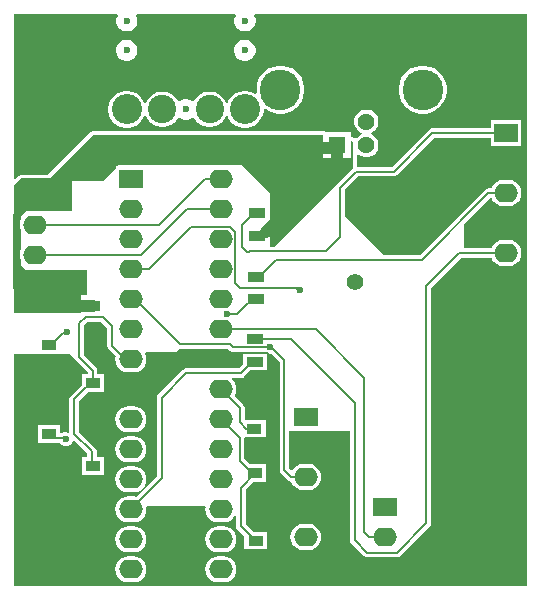
<source format=gbl>
G04*
G04 #@! TF.GenerationSoftware,Altium Limited,Altium Designer,23.4.1 (23)*
G04*
G04 Layer_Physical_Order=2*
G04 Layer_Color=16711680*
%FSLAX44Y44*%
%MOMM*%
G71*
G04*
G04 #@! TF.SameCoordinates,2D18AEB5-ACAA-45E6-9F21-B50C343496A2*
G04*
G04*
G04 #@! TF.FilePolarity,Positive*
G04*
G01*
G75*
%ADD11C,0.2000*%
%ADD14R,1.3000X0.9000*%
%ADD31C,1.4080*%
%ADD32O,2.0000X1.6000*%
%ADD33R,2.0000X1.6000*%
%ADD34C,3.4500*%
%ADD35C,1.4310*%
%ADD36R,1.4310X1.4310*%
%ADD37C,7.4000*%
%ADD38C,2.5500*%
%ADD39C,2.4000*%
%ADD40C,0.6000*%
%ADD41R,1.4500X0.9000*%
%ADD42C,1.0000*%
%ADD43C,0.4000*%
G36*
X437000Y3000D02*
X3000D01*
Y199000D01*
X23000Y199500D01*
X49917D01*
X53922Y195496D01*
Y195496D01*
X54667Y194534D01*
X55116Y193862D01*
X65510Y183469D01*
Y182000D01*
X60500D01*
Y173268D01*
X51116Y163884D01*
X50232Y162561D01*
X49922Y161000D01*
X49922Y161000D01*
Y133307D01*
X48866Y132601D01*
X47922Y132992D01*
X45535D01*
X43329Y132079D01*
X43329Y132078D01*
X42000D01*
Y139000D01*
X23000D01*
Y124000D01*
X35606D01*
X36000Y123922D01*
X36000Y123922D01*
X41505D01*
X41641Y123593D01*
X43329Y121905D01*
X45535Y120992D01*
X47922D01*
X50127Y121905D01*
X51815Y123593D01*
X52601Y125493D01*
X53901Y125989D01*
X64748Y115143D01*
Y112000D01*
X60500D01*
Y97000D01*
X79500D01*
Y112000D01*
X72904D01*
Y116832D01*
X72904Y116832D01*
X72594Y118393D01*
X71710Y119716D01*
X58078Y133347D01*
Y159311D01*
X65690Y166922D01*
X66500D01*
X66500Y166922D01*
X66894Y167000D01*
X79500D01*
Y182000D01*
X73666D01*
Y185158D01*
X73666Y185158D01*
X73356Y186719D01*
X72472Y188042D01*
X72472Y188042D01*
X62078Y198435D01*
Y223311D01*
X65313Y226546D01*
X76535D01*
X81922Y221159D01*
Y206045D01*
X81922Y206045D01*
X82232Y204484D01*
X83116Y203161D01*
X89204Y197073D01*
X88905Y194800D01*
X89283Y191928D01*
X90391Y189252D01*
X92155Y186955D01*
X94452Y185191D01*
X97128Y184083D01*
X100000Y183705D01*
X104000D01*
X106872Y184083D01*
X109547Y185191D01*
X111845Y186955D01*
X113608Y189252D01*
X114717Y191928D01*
X115095Y194800D01*
X114717Y197671D01*
X113864Y199730D01*
X114615Y201000D01*
X140000D01*
X142607Y203607D01*
X143490Y203432D01*
X143490Y203432D01*
X184485D01*
X185830Y202086D01*
X185830Y202086D01*
X187153Y201202D01*
X188714Y200892D01*
X195746D01*
X196750Y200250D01*
Y190518D01*
X193311Y187078D01*
X148710D01*
X148710Y187078D01*
X147149Y186768D01*
X145826Y185884D01*
X145826Y185884D01*
X125116Y165174D01*
X124232Y163851D01*
X123922Y162290D01*
X123922Y162290D01*
Y95489D01*
X106926Y78494D01*
X106872Y78517D01*
X104000Y78895D01*
X100000D01*
X97128Y78517D01*
X94452Y77408D01*
X92155Y75645D01*
X90391Y73347D01*
X89283Y70671D01*
X88905Y67800D01*
X89283Y64928D01*
X90391Y62252D01*
X92155Y59955D01*
X94452Y58191D01*
X97128Y57083D01*
X100000Y56705D01*
X104000D01*
X106872Y57083D01*
X109547Y58191D01*
X111845Y59955D01*
X113608Y62252D01*
X114717Y64928D01*
X115095Y67800D01*
X114843Y69717D01*
X115680Y70671D01*
X164520D01*
X165357Y69717D01*
X165105Y67800D01*
X165483Y64928D01*
X166591Y62252D01*
X168355Y59955D01*
X170653Y58191D01*
X173328Y57083D01*
X176200Y56705D01*
X180200D01*
X183071Y57083D01*
X185747Y58191D01*
X188045Y59955D01*
X189652Y62048D01*
X190448Y61939D01*
X190922Y61706D01*
Y53750D01*
X190922Y53750D01*
X191232Y52189D01*
X192116Y50866D01*
X198000Y44983D01*
Y33750D01*
X217000D01*
Y48750D01*
X205767D01*
X199078Y55439D01*
Y84311D01*
X205518Y90750D01*
X216750D01*
Y105750D01*
X204144D01*
X203750Y105828D01*
X203750Y105828D01*
X202939D01*
X198078Y110689D01*
Y128200D01*
X198078Y128200D01*
X198325Y128500D01*
X216000D01*
Y143500D01*
X198380D01*
Y153298D01*
X198380Y153298D01*
X198070Y154859D01*
X197186Y156182D01*
X197186Y156182D01*
X189681Y163686D01*
X189808Y163852D01*
X190917Y166528D01*
X191295Y169400D01*
X190917Y172271D01*
X189808Y174947D01*
X188045Y177245D01*
X187428Y177719D01*
X187836Y178922D01*
X195000D01*
X195000Y178922D01*
X196561Y179232D01*
X197884Y180116D01*
X203018Y185250D01*
X217250D01*
Y198454D01*
X218306Y199159D01*
X218762Y198970D01*
X221150D01*
X221188Y198986D01*
X227816Y192359D01*
Y100892D01*
X227816Y100892D01*
X228126Y99331D01*
X229010Y98008D01*
X234852Y92166D01*
X236175Y91282D01*
X237736Y90972D01*
X237783D01*
X238392Y89502D01*
X240155Y87205D01*
X242453Y85442D01*
X245128Y84333D01*
X248000Y83955D01*
X252000D01*
X254872Y84333D01*
X257548Y85442D01*
X259845Y87205D01*
X261609Y89502D01*
X262717Y92178D01*
X263095Y95050D01*
X262717Y97921D01*
X261609Y100597D01*
X259845Y102895D01*
X257548Y104658D01*
X254872Y105767D01*
X252000Y106145D01*
X248000D01*
X245128Y105767D01*
X242453Y104658D01*
X240155Y102895D01*
X238982Y101367D01*
X237342Y101212D01*
X235972Y102581D01*
Y134000D01*
X287506D01*
Y41648D01*
X287506Y41648D01*
X287816Y40087D01*
X288700Y38764D01*
X299348Y28116D01*
X299348Y28116D01*
X300671Y27232D01*
X302232Y26922D01*
X302232Y26922D01*
X327000D01*
X327000Y26922D01*
X328561Y27232D01*
X329884Y28116D01*
X354884Y53116D01*
X355768Y54439D01*
X356078Y56000D01*
X356078Y56000D01*
Y255311D01*
X381389Y280622D01*
X407283D01*
X407891Y279153D01*
X409655Y276855D01*
X411953Y275092D01*
X414628Y273983D01*
X417500Y273605D01*
X421500D01*
X424371Y273983D01*
X427047Y275092D01*
X429345Y276855D01*
X431108Y279153D01*
X432217Y281828D01*
X432595Y284700D01*
X432217Y287572D01*
X431108Y290248D01*
X429345Y292545D01*
X427047Y294309D01*
X424371Y295417D01*
X421500Y295795D01*
X417500D01*
X414628Y295417D01*
X411953Y294309D01*
X409655Y292545D01*
X407891Y290248D01*
X407283Y288778D01*
X384092D01*
X384000Y289000D01*
Y309144D01*
X406110Y331254D01*
X407415Y331102D01*
X407891Y329953D01*
X409655Y327655D01*
X411953Y325892D01*
X414628Y324783D01*
X417500Y324405D01*
X421500D01*
X424371Y324783D01*
X427047Y325892D01*
X429345Y327655D01*
X431108Y329953D01*
X432217Y332629D01*
X432595Y335500D01*
X432217Y338372D01*
X431108Y341048D01*
X429345Y343345D01*
X427047Y345109D01*
X424371Y346217D01*
X421500Y346595D01*
X417500D01*
X414628Y346217D01*
X411953Y345109D01*
X409655Y343345D01*
X407891Y341048D01*
X407283Y339578D01*
X404588D01*
X403027Y339268D01*
X401704Y338384D01*
X401704Y338384D01*
X346567Y283246D01*
X315753D01*
X283078Y315922D01*
Y338311D01*
X294249Y349482D01*
X324350D01*
X324350Y349482D01*
X325911Y349792D01*
X327234Y350676D01*
X358779Y382222D01*
X406500D01*
Y375300D01*
X432500D01*
Y397300D01*
X406500D01*
Y390378D01*
X357090D01*
X357090Y390378D01*
X355529Y390068D01*
X354206Y389184D01*
X322661Y357638D01*
X293059D01*
Y367984D01*
X294329Y368510D01*
X295065Y367774D01*
X297380Y366437D01*
X299963Y365745D01*
X302637D01*
X305220Y366437D01*
X307535Y367774D01*
X309426Y369664D01*
X310763Y371980D01*
X311455Y374563D01*
Y377237D01*
X310763Y379819D01*
X309426Y382135D01*
X307535Y384026D01*
X305504Y385198D01*
X305374Y385766D01*
Y386034D01*
X305504Y386601D01*
X307535Y387774D01*
X309426Y389664D01*
X310763Y391980D01*
X311455Y394563D01*
Y397237D01*
X310763Y399819D01*
X309426Y402135D01*
X307535Y404026D01*
X305220Y405363D01*
X302637Y406055D01*
X299963D01*
X297380Y405363D01*
X295065Y404026D01*
X293174Y402135D01*
X291837Y399819D01*
X291145Y397237D01*
Y394563D01*
X291837Y391980D01*
X293174Y389664D01*
X295065Y387774D01*
X297096Y386601D01*
X297226Y386034D01*
Y385766D01*
X297096Y385198D01*
X295065Y384026D01*
X293174Y382135D01*
X293057Y381932D01*
X292885Y381842D01*
X291479Y381739D01*
X291056Y382088D01*
X290642Y382310D01*
X290249Y382567D01*
X290120Y382591D01*
X290004Y382653D01*
X289537Y382701D01*
X289076Y382787D01*
X288509Y383180D01*
X288000Y383853D01*
Y387000D01*
X267272D01*
X267163Y387163D01*
X266171Y387826D01*
X265000Y388059D01*
X70000D01*
X70000Y388059D01*
X68829Y387826D01*
X67837Y387163D01*
X67837Y387163D01*
X31837Y351163D01*
X31767Y351059D01*
X9000D01*
X9000Y351059D01*
X7829Y350826D01*
X6837Y350163D01*
X6837Y350163D01*
X4173Y347499D01*
X3000Y347985D01*
Y487000D01*
X89961D01*
X90694Y485730D01*
X90113Y484724D01*
X89500Y482435D01*
Y480065D01*
X90113Y477776D01*
X91298Y475724D01*
X92974Y474048D01*
X95026Y472863D01*
X97315Y472250D01*
X99685D01*
X101974Y472863D01*
X104026Y474048D01*
X105702Y475724D01*
X106887Y477776D01*
X107500Y480065D01*
Y482435D01*
X106887Y484724D01*
X106306Y485730D01*
X107039Y487000D01*
X189961D01*
X190694Y485730D01*
X190114Y484724D01*
X189500Y482435D01*
Y480065D01*
X190114Y477776D01*
X191298Y475724D01*
X192974Y474048D01*
X195026Y472863D01*
X197315Y472250D01*
X199685D01*
X201974Y472863D01*
X204026Y474048D01*
X205702Y475724D01*
X206887Y477776D01*
X207500Y480065D01*
Y482435D01*
X206887Y484724D01*
X206306Y485730D01*
X207039Y487000D01*
X437000D01*
Y3000D01*
D02*
G37*
G36*
X265000Y365000D02*
X288000D01*
Y379254D01*
X289109Y379729D01*
X290000Y378994D01*
Y356660D01*
X289676Y356444D01*
X289676Y356444D01*
X276116Y342884D01*
X275232Y341561D01*
X275151Y341151D01*
X224078Y290078D01*
X220841D01*
X220000Y291000D01*
Y308000D01*
X217000D01*
Y310000D01*
X217750Y310750D01*
X218750D01*
Y311750D01*
X220000Y313000D01*
Y335000D01*
X196000Y359000D01*
X91000D01*
X90200Y358200D01*
X89000D01*
Y357000D01*
X78000Y346000D01*
X52000D01*
Y321000D01*
X51348Y320000D01*
X13000D01*
X9000Y316000D01*
Y313203D01*
X8283Y311472D01*
X7905Y308600D01*
X8283Y305728D01*
X9000Y303997D01*
Y287803D01*
X8283Y286071D01*
X7905Y283200D01*
X8283Y280328D01*
X9000Y278597D01*
Y274000D01*
X13000Y270000D01*
X65000D01*
Y249000D01*
X60000D01*
Y234000D01*
X3000D01*
Y342000D01*
X9000Y348000D01*
X33000D01*
X33400Y348400D01*
X34000D01*
Y349000D01*
X70000Y385000D01*
X265000D01*
Y365000D01*
D02*
G37*
%LPC*%
G36*
X199685Y465250D02*
X197315D01*
X195026Y464637D01*
X192974Y463452D01*
X191298Y461776D01*
X190114Y459724D01*
X189500Y457435D01*
Y455065D01*
X190114Y452776D01*
X191298Y450724D01*
X192974Y449048D01*
X195026Y447864D01*
X197315Y447250D01*
X199685D01*
X201974Y447864D01*
X204026Y449048D01*
X205702Y450724D01*
X206887Y452776D01*
X207500Y455065D01*
Y457435D01*
X206887Y459724D01*
X205702Y461776D01*
X204026Y463452D01*
X201974Y464637D01*
X199685Y465250D01*
D02*
G37*
G36*
X99685D02*
X97315D01*
X95026Y464637D01*
X92974Y463452D01*
X91298Y461776D01*
X90113Y459724D01*
X89500Y457435D01*
Y455065D01*
X90113Y452776D01*
X91298Y450724D01*
X92974Y449048D01*
X95026Y447864D01*
X97315Y447250D01*
X99685D01*
X101974Y447864D01*
X104026Y449048D01*
X105702Y450724D01*
X106887Y452776D01*
X107500Y455065D01*
Y457435D01*
X106887Y459724D01*
X105702Y461776D01*
X104026Y463452D01*
X101974Y464637D01*
X99685Y465250D01*
D02*
G37*
G36*
X230595Y443250D02*
X226606D01*
X222693Y442472D01*
X219008Y440945D01*
X215692Y438729D01*
X212871Y435909D01*
X210655Y432592D01*
X209128Y428907D01*
X208350Y424995D01*
Y421006D01*
X208549Y420005D01*
X207406Y419241D01*
X205961Y420207D01*
X203094Y421395D01*
X200051Y422000D01*
X196949D01*
X193906Y421395D01*
X191040Y420207D01*
X188460Y418484D01*
X186266Y416290D01*
X184543Y413710D01*
X183782Y411873D01*
X182407Y411873D01*
X181793Y413355D01*
X180151Y415812D01*
X178062Y417901D01*
X175605Y419543D01*
X172875Y420673D01*
X169977Y421250D01*
X167023D01*
X164125Y420673D01*
X161395Y419543D01*
X158938Y417901D01*
X156849Y415812D01*
X155492Y413782D01*
X154171Y413480D01*
X153902Y413523D01*
X151974Y414636D01*
X149685Y415250D01*
X147315D01*
X145026Y414636D01*
X143098Y413523D01*
X142829Y413480D01*
X141508Y413782D01*
X140152Y415812D01*
X138062Y417901D01*
X135605Y419543D01*
X132876Y420673D01*
X129978Y421250D01*
X127023D01*
X124125Y420673D01*
X121395Y419543D01*
X118938Y417901D01*
X116849Y415812D01*
X115207Y413355D01*
X114593Y411872D01*
X113219D01*
X112457Y413710D01*
X110734Y416290D01*
X108540Y418484D01*
X105960Y420207D01*
X103094Y421395D01*
X100051Y422000D01*
X96949D01*
X93906Y421395D01*
X91039Y420207D01*
X88460Y418484D01*
X86266Y416290D01*
X84542Y413710D01*
X83355Y410844D01*
X82750Y407801D01*
Y404698D01*
X83355Y401656D01*
X84542Y398789D01*
X86266Y396210D01*
X88460Y394016D01*
X91039Y392292D01*
X93906Y391105D01*
X96949Y390500D01*
X100051D01*
X103094Y391105D01*
X105960Y392292D01*
X108540Y394016D01*
X110734Y396210D01*
X112457Y398789D01*
X113219Y400627D01*
X114593D01*
X115207Y399145D01*
X116849Y396688D01*
X118938Y394599D01*
X121395Y392957D01*
X124125Y391826D01*
X127023Y391250D01*
X129978D01*
X132876Y391826D01*
X135605Y392957D01*
X138062Y394599D01*
X140152Y396688D01*
X141508Y398718D01*
X142829Y399019D01*
X143098Y398976D01*
X145026Y397863D01*
X147315Y397250D01*
X149685D01*
X151974Y397863D01*
X153902Y398976D01*
X154171Y399019D01*
X155492Y398718D01*
X156849Y396688D01*
X158938Y394599D01*
X161395Y392957D01*
X164125Y391826D01*
X167023Y391250D01*
X169977D01*
X172875Y391826D01*
X175605Y392957D01*
X178062Y394599D01*
X180151Y396688D01*
X181793Y399145D01*
X182407Y400627D01*
X183782Y400627D01*
X184543Y398789D01*
X186266Y396210D01*
X188460Y394016D01*
X191040Y392292D01*
X193906Y391105D01*
X196949Y390500D01*
X200051D01*
X203094Y391105D01*
X205961Y392292D01*
X208540Y394016D01*
X210734Y396210D01*
X212458Y398789D01*
X213645Y401656D01*
X214250Y404698D01*
Y406916D01*
X215520Y407442D01*
X215692Y407271D01*
X219008Y405055D01*
X222693Y403528D01*
X226606Y402750D01*
X230595D01*
X234507Y403528D01*
X238192Y405055D01*
X241509Y407271D01*
X244329Y410091D01*
X246546Y413408D01*
X248072Y417093D01*
X248850Y421006D01*
Y424995D01*
X248072Y428907D01*
X246546Y432592D01*
X244329Y435909D01*
X241509Y438729D01*
X238192Y440945D01*
X234507Y442472D01*
X230595Y443250D01*
D02*
G37*
G36*
X350995D02*
X347006D01*
X343093Y442472D01*
X339408Y440945D01*
X336092Y438729D01*
X333271Y435909D01*
X331055Y432592D01*
X329528Y428907D01*
X328750Y424995D01*
Y421006D01*
X329528Y417093D01*
X331055Y413408D01*
X333271Y410091D01*
X336092Y407271D01*
X339408Y405055D01*
X343093Y403528D01*
X347006Y402750D01*
X350995D01*
X354907Y403528D01*
X358592Y405055D01*
X361909Y407271D01*
X364729Y410091D01*
X366945Y413408D01*
X368472Y417093D01*
X369250Y421006D01*
Y424995D01*
X368472Y428907D01*
X366945Y432592D01*
X364729Y435909D01*
X361909Y438729D01*
X358592Y440945D01*
X354907Y442472D01*
X350995Y443250D01*
D02*
G37*
G36*
X104000Y155095D02*
X100000D01*
X97128Y154717D01*
X94452Y153608D01*
X92155Y151845D01*
X90391Y149547D01*
X89283Y146871D01*
X88905Y144000D01*
X89283Y141128D01*
X90391Y138452D01*
X92155Y136155D01*
X94452Y134391D01*
X97128Y133283D01*
X100000Y132905D01*
X104000D01*
X106872Y133283D01*
X109547Y134391D01*
X111845Y136155D01*
X113608Y138452D01*
X114717Y141128D01*
X115095Y144000D01*
X114717Y146871D01*
X113608Y149547D01*
X111845Y151845D01*
X109547Y153608D01*
X106872Y154717D01*
X104000Y155095D01*
D02*
G37*
G36*
Y129695D02*
X100000D01*
X97128Y129317D01*
X94452Y128208D01*
X92155Y126445D01*
X90391Y124147D01*
X89283Y121471D01*
X88905Y118600D01*
X89283Y115728D01*
X90391Y113052D01*
X92155Y110755D01*
X94452Y108991D01*
X97128Y107883D01*
X100000Y107505D01*
X104000D01*
X106872Y107883D01*
X109547Y108991D01*
X111845Y110755D01*
X113608Y113052D01*
X114717Y115728D01*
X115095Y118600D01*
X114717Y121471D01*
X113608Y124147D01*
X111845Y126445D01*
X109547Y128208D01*
X106872Y129317D01*
X104000Y129695D01*
D02*
G37*
G36*
Y104295D02*
X100000D01*
X97128Y103917D01*
X94452Y102808D01*
X92155Y101045D01*
X90391Y98747D01*
X89283Y96071D01*
X88905Y93200D01*
X89283Y90328D01*
X90391Y87652D01*
X92155Y85355D01*
X94452Y83591D01*
X97128Y82483D01*
X100000Y82105D01*
X104000D01*
X106872Y82483D01*
X109547Y83591D01*
X111845Y85355D01*
X113608Y87652D01*
X114717Y90328D01*
X115095Y93200D01*
X114717Y96071D01*
X113608Y98747D01*
X111845Y101045D01*
X109547Y102808D01*
X106872Y103917D01*
X104000Y104295D01*
D02*
G37*
G36*
X252000Y55345D02*
X248000D01*
X245128Y54967D01*
X242453Y53858D01*
X240155Y52095D01*
X238392Y49797D01*
X237283Y47122D01*
X236905Y44250D01*
X237283Y41378D01*
X238392Y38702D01*
X240155Y36405D01*
X242453Y34641D01*
X245128Y33533D01*
X248000Y33155D01*
X252000D01*
X254872Y33533D01*
X257548Y34641D01*
X259845Y36405D01*
X261609Y38702D01*
X262717Y41378D01*
X263095Y44250D01*
X262717Y47122D01*
X261609Y49797D01*
X259845Y52095D01*
X257548Y53858D01*
X254872Y54967D01*
X252000Y55345D01*
D02*
G37*
G36*
X180200Y53495D02*
X176200D01*
X173328Y53117D01*
X170653Y52008D01*
X168355Y50245D01*
X166591Y47947D01*
X165483Y45271D01*
X165105Y42400D01*
X165483Y39528D01*
X166591Y36852D01*
X168355Y34555D01*
X170653Y32791D01*
X173328Y31683D01*
X176200Y31305D01*
X180200D01*
X183071Y31683D01*
X185747Y32791D01*
X188045Y34555D01*
X189808Y36852D01*
X190917Y39528D01*
X191295Y42400D01*
X190917Y45271D01*
X189808Y47947D01*
X188045Y50245D01*
X185747Y52008D01*
X183071Y53117D01*
X180200Y53495D01*
D02*
G37*
G36*
X104000D02*
X100000D01*
X97128Y53117D01*
X94452Y52008D01*
X92155Y50245D01*
X90391Y47947D01*
X89283Y45271D01*
X88905Y42400D01*
X89283Y39528D01*
X90391Y36852D01*
X92155Y34555D01*
X94452Y32791D01*
X97128Y31683D01*
X100000Y31305D01*
X104000D01*
X106872Y31683D01*
X109547Y32791D01*
X111845Y34555D01*
X113608Y36852D01*
X114717Y39528D01*
X115095Y42400D01*
X114717Y45271D01*
X113608Y47947D01*
X111845Y50245D01*
X109547Y52008D01*
X106872Y53117D01*
X104000Y53495D01*
D02*
G37*
G36*
X180200Y28095D02*
X176200D01*
X173328Y27717D01*
X170653Y26608D01*
X168355Y24845D01*
X166591Y22547D01*
X165483Y19871D01*
X165105Y17000D01*
X165483Y14128D01*
X166591Y11452D01*
X168355Y9155D01*
X170653Y7391D01*
X173328Y6283D01*
X176200Y5905D01*
X180200D01*
X183071Y6283D01*
X185747Y7391D01*
X188045Y9155D01*
X189808Y11452D01*
X190917Y14128D01*
X191295Y17000D01*
X190917Y19871D01*
X189808Y22547D01*
X188045Y24845D01*
X185747Y26608D01*
X183071Y27717D01*
X180200Y28095D01*
D02*
G37*
G36*
X104000D02*
X100000D01*
X97128Y27717D01*
X94452Y26608D01*
X92155Y24845D01*
X90391Y22547D01*
X89283Y19871D01*
X88905Y17000D01*
X89283Y14128D01*
X90391Y11452D01*
X92155Y9155D01*
X94452Y7391D01*
X97128Y6283D01*
X100000Y5905D01*
X104000D01*
X106872Y6283D01*
X109547Y7391D01*
X111845Y9155D01*
X113608Y11452D01*
X114717Y14128D01*
X115095Y17000D01*
X114717Y19871D01*
X113608Y22547D01*
X111845Y24845D01*
X109547Y26608D01*
X106872Y27717D01*
X104000Y28095D01*
D02*
G37*
%LPD*%
D11*
X188714Y204970D02*
X219956D01*
X186174Y207510D02*
X188714Y204970D01*
X188372Y200000D02*
X217473D01*
X221000Y196473D01*
X70018Y155518D02*
X78478D01*
X92378Y169418D01*
X183189Y194818D02*
X188372Y200000D01*
X221000Y161632D02*
Y196473D01*
X152138Y194818D02*
X183189D01*
X34500Y207000D02*
X44659Y217159D01*
X47487D02*
X48252Y217924D01*
X44659Y217159D02*
X47487D01*
X32500Y207000D02*
X34500D01*
X178200Y169400D02*
X194302Y153298D01*
Y141216D02*
Y153298D01*
X183634Y232910D02*
X191910D01*
X204500Y242250D02*
X208000Y245750D01*
X201250Y242250D02*
X204500D01*
X191910Y232910D02*
X201250Y242250D01*
X168132Y436618D02*
X201618D01*
X219144Y454144D02*
X246118D01*
X201618Y436618D02*
X219144Y454144D01*
X279000Y298000D02*
Y340000D01*
X202000Y286000D02*
X267000D01*
X279000Y298000D01*
X195000Y53750D02*
X207500Y41250D01*
X195000Y86000D02*
X207250Y98250D01*
X195000Y53750D02*
Y86000D01*
X194000Y109000D02*
Y128200D01*
X201250Y101750D02*
X203750D01*
X207250Y98250D01*
X194000Y109000D02*
X201250Y101750D01*
X178200Y144000D02*
X194000Y128200D01*
X223276Y79250D02*
X232858Y69668D01*
X214876Y155018D02*
X221750Y148144D01*
Y79250D02*
X223276D01*
X207250D02*
X221750D01*
Y148144D01*
X190492Y259072D02*
X194564Y255000D01*
X243766Y252976D02*
X244848D01*
X241742Y255000D02*
X243766Y252976D01*
X194564Y255000D02*
X241742D01*
X102000Y245600D02*
X105400D01*
X143490Y207510D02*
X186174D01*
X105400Y245600D02*
X143490Y207510D01*
X219956Y203446D02*
X222496D01*
X214876Y155508D02*
X221000Y161632D01*
X222496Y203446D02*
X231894Y194048D01*
X148710Y183000D02*
X195000D01*
X204250Y192750D02*
X207000D01*
X200750Y189250D02*
X204250Y192750D01*
X200750Y188750D02*
Y189250D01*
X195000Y183000D02*
X200750Y188750D01*
X128000Y162290D02*
X148710Y183000D01*
X128000Y93800D02*
Y162290D01*
X102000Y67800D02*
X128000Y93800D01*
X73696Y159722D02*
X81000Y167026D01*
Y209510D01*
X73719Y216791D02*
X81000Y209510D01*
X97245Y194800D02*
X102000D01*
X86000Y206045D02*
X97245Y194800D01*
X86000Y206045D02*
Y222848D01*
X78224Y230624D02*
X86000Y222848D01*
X58000Y196746D02*
Y225000D01*
X63624Y230624D02*
X78224D01*
X58000Y225000D02*
X63624Y230624D01*
X58000Y196746D02*
X69588Y185158D01*
X54000Y161000D02*
X64000Y171000D01*
X54000Y131658D02*
Y161000D01*
X64000Y171000D02*
X66500D01*
X70000Y174500D01*
X54000Y131658D02*
X68826Y116832D01*
X73689Y89716D02*
X84000Y100026D01*
X73711Y151299D02*
X84000Y141010D01*
Y100026D02*
Y141010D01*
X40000Y40526D02*
X69074Y69600D01*
X69793Y82000D02*
X70000Y85500D01*
X69074Y69600D02*
X69793Y81941D01*
Y82000D01*
X40000Y40000D02*
Y40526D01*
X59518Y85518D02*
X67500D01*
X69982D01*
X36000Y128000D02*
X44638D01*
X45646Y126992D01*
X46728D01*
X32500Y131500D02*
X36000Y128000D01*
X15000Y130036D02*
Y177832D01*
Y130036D02*
X28522Y116514D01*
X15000Y177832D02*
X25186Y188018D01*
X206518Y155018D02*
X214876D01*
X126738Y169418D02*
X152138Y194818D01*
X36451Y108585D02*
Y109000D01*
X28522Y116000D02*
X32518Y112518D01*
X28522Y116000D02*
Y116514D01*
X73719Y216791D02*
Y217500D01*
X70000Y155500D02*
X73711Y152000D01*
X25186Y188018D02*
X32482D01*
X102018Y169418D02*
X126738D01*
X70000Y85500D02*
X73689Y89000D01*
X73711Y151299D02*
Y152000D01*
X32536Y112500D02*
X36451Y109000D01*
Y108585D02*
X59518Y85518D01*
X92378Y169418D02*
X101982D01*
X73689Y89000D02*
Y89716D01*
X70000Y221000D02*
X73719Y217500D01*
X73696Y159000D02*
Y159722D01*
X232858Y69668D02*
X249982D01*
X70000Y155500D02*
X73696Y159000D01*
X196000Y290000D02*
X200172Y285828D01*
X196000Y290000D02*
Y308500D01*
X205750Y318250D01*
X292560Y353560D02*
X324350D01*
X279000Y340000D02*
X292560Y353560D01*
X200172Y285828D02*
X201828D01*
X202000Y286000D01*
X348256Y279168D02*
X404588Y335500D01*
X214250Y268418D02*
X225000Y279168D01*
X348256D01*
X205750Y318250D02*
X208500D01*
X291584Y41648D02*
X302232Y31000D01*
X327000D02*
X352000Y56000D01*
X302232Y31000D02*
X327000D01*
X352000Y56000D02*
Y257000D01*
X379700Y284700D01*
X419500D01*
X214250Y268250D02*
Y268418D01*
X210750Y264750D02*
X214250Y268250D01*
X208000Y264750D02*
X210750D01*
X69588Y174500D02*
Y185158D01*
X68826Y104500D02*
Y116832D01*
X207000Y211750D02*
X237814D01*
X291584Y157980D01*
Y41648D02*
Y157980D01*
X178200Y220200D02*
X258320D01*
X299712Y178808D01*
Y48064D02*
Y178808D01*
Y48064D02*
X303776Y44000D01*
X317000D01*
X237736Y95050D02*
X250000D01*
X231894Y100892D02*
X237736Y95050D01*
X231894Y100892D02*
Y194048D01*
X102000Y271000D02*
X117076D01*
X152900Y306824D01*
X185920D01*
X190492Y302252D01*
Y259072D02*
Y302252D01*
X148500Y441952D02*
Y456250D01*
X143928Y437380D02*
X148500Y441952D01*
X52620Y437380D02*
X143928D01*
X40000Y450000D02*
X52620Y437380D01*
X199518Y136000D02*
X206500D01*
X194302Y141216D02*
X199518Y136000D01*
X276300Y395900D02*
Y423962D01*
X246118Y454144D02*
X276300Y423962D01*
X148500Y456250D02*
X168132Y436618D01*
X404588Y335500D02*
X419500D01*
X324350Y353560D02*
X357090Y386300D01*
X419500D01*
X164320Y347200D02*
X178200D01*
X125720Y308600D02*
X164320Y347200D01*
X21000Y308600D02*
X125720D01*
X149334Y321800D02*
X178200D01*
X110734Y283200D02*
X149334Y321800D01*
X21000Y283200D02*
X110734D01*
X68826Y104500D02*
X70000D01*
X368050Y360900D02*
X419500D01*
X343400Y336250D02*
X368050Y360900D01*
X292000Y336250D02*
X343400D01*
X369118Y40000D02*
X400000D01*
X347718Y18600D02*
X369118Y40000D01*
X317000Y18600D02*
X347718D01*
X283452D02*
X317000D01*
X283202Y18850D02*
X283452Y18600D01*
X250000Y18850D02*
X283202D01*
X230214D02*
X250000D01*
X226814Y22250D02*
X230214Y18850D01*
X207500Y22250D02*
X226814D01*
D14*
X70000Y155500D02*
D03*
Y174500D02*
D03*
Y221000D02*
D03*
Y240000D02*
D03*
X207250Y79250D02*
D03*
Y98250D02*
D03*
X207500Y22250D02*
D03*
Y41250D02*
D03*
X206500Y155000D02*
D03*
Y136000D02*
D03*
X70000Y85500D02*
D03*
Y104500D02*
D03*
X32500Y131500D02*
D03*
Y112500D02*
D03*
Y207000D02*
D03*
Y188000D02*
D03*
D31*
X292000Y336250D02*
D03*
Y260250D02*
D03*
D32*
X178200Y17000D02*
D03*
Y42400D02*
D03*
Y67800D02*
D03*
Y93200D02*
D03*
Y118600D02*
D03*
Y144000D02*
D03*
Y169400D02*
D03*
Y194800D02*
D03*
Y220200D02*
D03*
Y245600D02*
D03*
Y271000D02*
D03*
Y296400D02*
D03*
Y321800D02*
D03*
Y347200D02*
D03*
X102000Y17000D02*
D03*
Y42400D02*
D03*
Y67800D02*
D03*
Y93200D02*
D03*
Y118600D02*
D03*
Y144000D02*
D03*
Y169400D02*
D03*
Y194800D02*
D03*
Y220200D02*
D03*
Y245600D02*
D03*
Y271000D02*
D03*
Y296400D02*
D03*
Y321800D02*
D03*
X419500Y360900D02*
D03*
Y335500D02*
D03*
Y310100D02*
D03*
Y284700D02*
D03*
Y259300D02*
D03*
X250000Y120450D02*
D03*
Y95050D02*
D03*
Y69650D02*
D03*
Y44250D02*
D03*
Y18850D02*
D03*
X317000Y44000D02*
D03*
Y18600D02*
D03*
X21000Y283200D02*
D03*
Y308600D02*
D03*
Y334000D02*
D03*
D33*
X102000Y347200D02*
D03*
X419500Y386300D02*
D03*
X250000Y145850D02*
D03*
X317000Y69400D02*
D03*
X21000Y359400D02*
D03*
D34*
X349000Y423000D02*
D03*
X228600D02*
D03*
D35*
X276300Y395900D02*
D03*
X301300D02*
D03*
Y375900D02*
D03*
D36*
X276300D02*
D03*
D37*
X400000Y450000D02*
D03*
X40000Y40000D02*
D03*
X400000D02*
D03*
X40000Y450000D02*
D03*
D38*
X148500Y456250D02*
D03*
X98500Y406250D02*
D03*
X198500D02*
D03*
D39*
X128500D02*
D03*
X168500D02*
D03*
D40*
X198500Y481250D02*
D03*
Y456250D02*
D03*
X148500Y406250D02*
D03*
X98500Y481250D02*
D03*
Y456250D02*
D03*
X48252Y217924D02*
D03*
X183634Y232910D02*
D03*
X244848Y252976D02*
D03*
X219956Y204970D02*
D03*
X46728Y126992D02*
D03*
D41*
X208500Y299250D02*
D03*
Y318250D02*
D03*
X207000Y192750D02*
D03*
Y211750D02*
D03*
X208000Y245750D02*
D03*
Y264750D02*
D03*
D42*
X274400Y374000D02*
X276300Y375900D01*
X72000Y374000D02*
X274400D01*
X216750Y302750D02*
X276300Y362300D01*
Y375900D01*
X19572Y240000D02*
X70000D01*
D43*
X33399Y335399D02*
X72000Y374000D01*
X22399Y335399D02*
X33399D01*
X4000Y317000D02*
X22399Y335399D01*
X4000Y255572D02*
X19572Y240000D01*
X212000Y302750D02*
X216750D01*
X208500Y299250D02*
X212000Y302750D01*
X4000Y255572D02*
Y317000D01*
M02*

</source>
